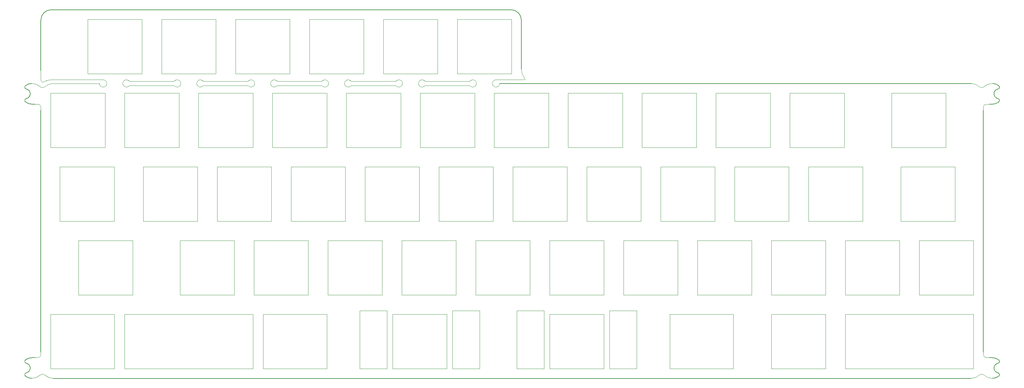
<source format=gbr>
%TF.GenerationSoftware,KiCad,Pcbnew,(7.0.0)*%
%TF.CreationDate,2023-05-06T02:12:49-05:00*%
%TF.ProjectId,Hull_V4N_Tray_Plate,48756c6c-5f56-4344-9e5f-547261795f50,rev?*%
%TF.SameCoordinates,Original*%
%TF.FileFunction,Profile,NP*%
%FSLAX46Y46*%
G04 Gerber Fmt 4.6, Leading zero omitted, Abs format (unit mm)*
G04 Created by KiCad (PCBNEW (7.0.0)) date 2023-05-06 02:12:49*
%MOMM*%
%LPD*%
G01*
G04 APERTURE LIST*
%TA.AperFunction,Profile*%
%ADD10C,0.020000*%
%TD*%
%TA.AperFunction,Profile*%
%ADD11C,0.100000*%
%TD*%
%TA.AperFunction,Profile*%
%ADD12C,0.200000*%
%TD*%
G04 APERTURE END LIST*
D10*
X261000000Y-130825000D02*
X261000000Y-116825000D01*
X261000000Y-116825000D02*
X253856250Y-116825000D01*
X253856250Y-130825000D02*
X261000000Y-130825000D01*
X247000000Y-116825000D02*
X241950000Y-116825000D01*
X253856250Y-116825000D02*
X247000000Y-116825000D01*
X247000000Y-130825000D02*
X253856250Y-130825000D01*
X241950000Y-130825000D02*
X247000000Y-130825000D01*
X227950000Y-116825000D02*
X227950000Y-130825000D01*
X239856250Y-116825000D02*
X227950000Y-116825000D01*
X241950000Y-116825000D02*
X239856250Y-116825000D01*
X239856250Y-130825000D02*
X241950000Y-130825000D01*
X227950000Y-130825000D02*
X239856250Y-130825000D01*
X208900000Y-116825000D02*
X208900000Y-130825000D01*
X222900000Y-130825000D02*
X222900000Y-116825000D01*
X222900000Y-116825000D02*
X208900000Y-116825000D01*
X208900000Y-130825000D02*
X222900000Y-130825000D01*
X199087500Y-130825000D02*
X199087500Y-116825000D01*
X199087500Y-116825000D02*
X196706250Y-116825000D01*
X196706250Y-130825000D02*
X199087500Y-130825000D01*
X182706250Y-116825000D02*
X182706250Y-130825000D01*
X185087500Y-116825000D02*
X182706250Y-116825000D01*
X196706250Y-116825000D02*
X185087500Y-116825000D01*
X185087500Y-130825000D02*
X196706250Y-130825000D01*
X182706250Y-130825000D02*
X185087500Y-130825000D01*
X150312000Y-130825000D02*
X150312000Y-115825000D01*
X143312000Y-115825000D02*
X143312000Y-130825000D01*
X143312000Y-130825000D02*
X150312000Y-130825000D01*
X150312000Y-115825000D02*
X143312000Y-115825000D01*
X174188000Y-130825000D02*
X174188000Y-115825000D01*
X167188000Y-115825000D02*
X167188000Y-130825000D01*
X167188000Y-130825000D02*
X174188000Y-130825000D01*
X174188000Y-115825000D02*
X167188000Y-115825000D01*
X151750000Y-116825000D02*
X151750000Y-130825000D01*
X165750000Y-130825000D02*
X165750000Y-116825000D01*
X165750000Y-116825000D02*
X151750000Y-116825000D01*
X151750000Y-130825000D02*
X165750000Y-130825000D01*
X109830750Y-130825000D02*
X109830750Y-115825000D01*
X102830750Y-115825000D02*
X102830750Y-130825000D01*
X102830750Y-130825000D02*
X109830750Y-130825000D01*
X109830750Y-115825000D02*
X102830750Y-115825000D01*
X133706750Y-130825000D02*
X133706750Y-115825000D01*
X126706750Y-115825000D02*
X126706750Y-130825000D01*
X126706750Y-130825000D02*
X133706750Y-130825000D01*
X133706750Y-115825000D02*
X126706750Y-115825000D01*
X111268750Y-116825000D02*
X111268750Y-130825000D01*
X125268750Y-130825000D02*
X125268750Y-116825000D01*
X125268750Y-116825000D02*
X111268750Y-116825000D01*
X111268750Y-130825000D02*
X125268750Y-130825000D01*
X94312500Y-130825000D02*
X94312500Y-116825000D01*
X94312500Y-116825000D02*
X91931250Y-116825000D01*
X91931250Y-130825000D02*
X94312500Y-130825000D01*
X77931250Y-116825000D02*
X77931250Y-130825000D01*
X80312500Y-116825000D02*
X77931250Y-116825000D01*
X91931250Y-116825000D02*
X80312500Y-116825000D01*
X80312500Y-130825000D02*
X91931250Y-130825000D01*
X77931250Y-130825000D02*
X80312500Y-130825000D01*
X75262500Y-130825000D02*
X75262500Y-116825000D01*
X75262500Y-116825000D02*
X65737500Y-116825000D01*
X65737500Y-130825000D02*
X75262500Y-130825000D01*
X61262500Y-116825000D02*
X56212500Y-116825000D01*
X65737500Y-116825000D02*
X61262500Y-116825000D01*
X61262500Y-130825000D02*
X65737500Y-130825000D01*
X56212500Y-130825000D02*
X61262500Y-130825000D01*
X42212500Y-116825000D02*
X42212500Y-130825000D01*
X51737500Y-116825000D02*
X42212500Y-116825000D01*
X56212500Y-116825000D02*
X51737500Y-116825000D01*
X51737500Y-130825000D02*
X56212500Y-130825000D01*
X42212500Y-130825000D02*
X51737500Y-130825000D01*
X23162500Y-116825000D02*
X23162500Y-130825000D01*
X25543750Y-116825000D02*
X23162500Y-116825000D01*
X23162500Y-130825000D02*
X25543750Y-130825000D01*
X39543750Y-130825000D02*
X39543750Y-116825000D01*
X37162500Y-116825000D02*
X25543750Y-116825000D01*
X39543750Y-116825000D02*
X37162500Y-116825000D01*
X37162500Y-130825000D02*
X39543750Y-130825000D01*
X25543750Y-130825000D02*
X37162500Y-130825000D01*
X247000000Y-97775000D02*
X247000000Y-111775000D01*
X261000000Y-111775000D02*
X261000000Y-97775000D01*
X261000000Y-97775000D02*
X247000000Y-97775000D01*
X247000000Y-111775000D02*
X261000000Y-111775000D01*
X227950000Y-97775000D02*
X227950000Y-111775000D01*
X241950000Y-111775000D02*
X241950000Y-97775000D01*
X241950000Y-97775000D02*
X227950000Y-97775000D01*
X227950000Y-111775000D02*
X241950000Y-111775000D01*
X208900000Y-97775000D02*
X208900000Y-111775000D01*
X222900000Y-111775000D02*
X222900000Y-97775000D01*
X222900000Y-97775000D02*
X208900000Y-97775000D01*
X208900000Y-111775000D02*
X222900000Y-111775000D01*
X189850000Y-97775000D02*
X189850000Y-111775000D01*
X203850000Y-111775000D02*
X203850000Y-97775000D01*
X203850000Y-97775000D02*
X189850000Y-97775000D01*
X189850000Y-111775000D02*
X203850000Y-111775000D01*
X170800000Y-97775000D02*
X170800000Y-111775000D01*
X184800000Y-111775000D02*
X184800000Y-97775000D01*
X184800000Y-97775000D02*
X170800000Y-97775000D01*
X170800000Y-111775000D02*
X184800000Y-111775000D01*
X151750000Y-97775000D02*
X151750000Y-111775000D01*
X165750000Y-111775000D02*
X165750000Y-97775000D01*
X165750000Y-97775000D02*
X151750000Y-97775000D01*
X151750000Y-111775000D02*
X165750000Y-111775000D01*
X132700000Y-97775000D02*
X132700000Y-111775000D01*
X146700000Y-111775000D02*
X146700000Y-97775000D01*
X146700000Y-97775000D02*
X132700000Y-97775000D01*
X132700000Y-111775000D02*
X146700000Y-111775000D01*
X113650000Y-97775000D02*
X113650000Y-111775000D01*
X127650000Y-111775000D02*
X127650000Y-97775000D01*
X127650000Y-97775000D02*
X113650000Y-97775000D01*
X113650000Y-111775000D02*
X127650000Y-111775000D01*
X94600000Y-97775000D02*
X94600000Y-111775000D01*
X108600000Y-111775000D02*
X108600000Y-97775000D01*
X108600000Y-97775000D02*
X94600000Y-97775000D01*
X94600000Y-111775000D02*
X108600000Y-111775000D01*
X75550000Y-97775000D02*
X75550000Y-111775000D01*
X89550000Y-111775000D02*
X89550000Y-97775000D01*
X89550000Y-97775000D02*
X75550000Y-97775000D01*
X75550000Y-111775000D02*
X89550000Y-111775000D01*
X56500000Y-97775000D02*
X56500000Y-111775000D01*
X70500000Y-111775000D02*
X70500000Y-97775000D01*
X70500000Y-97775000D02*
X56500000Y-97775000D01*
X56500000Y-111775000D02*
X70500000Y-111775000D01*
X30306250Y-97775000D02*
X30306250Y-111775000D01*
X44306250Y-111775000D02*
X44306250Y-97775000D01*
X44306250Y-97775000D02*
X30306250Y-97775000D01*
X30306250Y-111775000D02*
X44306250Y-111775000D01*
X242237500Y-78725000D02*
X242237500Y-92725000D01*
X256237500Y-92725000D02*
X256237500Y-78725000D01*
X256237500Y-78725000D02*
X242237500Y-78725000D01*
X242237500Y-92725000D02*
X256237500Y-92725000D01*
X218425000Y-78725000D02*
X218425000Y-92725000D01*
X232425000Y-92725000D02*
X232425000Y-78725000D01*
X232425000Y-78725000D02*
X218425000Y-78725000D01*
X218425000Y-92725000D02*
X232425000Y-92725000D01*
X199375000Y-78725000D02*
X199375000Y-92725000D01*
X213375000Y-92725000D02*
X213375000Y-78725000D01*
X213375000Y-78725000D02*
X199375000Y-78725000D01*
X199375000Y-92725000D02*
X213375000Y-92725000D01*
X180325000Y-78725000D02*
X180325000Y-92725000D01*
X194325000Y-92725000D02*
X194325000Y-78725000D01*
X194325000Y-78725000D02*
X180325000Y-78725000D01*
X180325000Y-92725000D02*
X194325000Y-92725000D01*
X161275000Y-78725000D02*
X161275000Y-92725000D01*
X175275000Y-92725000D02*
X175275000Y-78725000D01*
X175275000Y-78725000D02*
X161275000Y-78725000D01*
X161275000Y-92725000D02*
X175275000Y-92725000D01*
X142225000Y-78725000D02*
X142225000Y-92725000D01*
X156225000Y-92725000D02*
X156225000Y-78725000D01*
X156225000Y-78725000D02*
X142225000Y-78725000D01*
X142225000Y-92725000D02*
X156225000Y-92725000D01*
X123175000Y-78725000D02*
X123175000Y-92725000D01*
X137175000Y-92725000D02*
X137175000Y-78725000D01*
X137175000Y-78725000D02*
X123175000Y-78725000D01*
X123175000Y-92725000D02*
X137175000Y-92725000D01*
X104125000Y-78725000D02*
X104125000Y-92725000D01*
X118125000Y-92725000D02*
X118125000Y-78725000D01*
X118125000Y-78725000D02*
X104125000Y-78725000D01*
X104125000Y-92725000D02*
X118125000Y-92725000D01*
X85075000Y-78725000D02*
X85075000Y-92725000D01*
X99075000Y-92725000D02*
X99075000Y-78725000D01*
X99075000Y-78725000D02*
X85075000Y-78725000D01*
X85075000Y-92725000D02*
X99075000Y-92725000D01*
X66025000Y-78725000D02*
X66025000Y-92725000D01*
X80025000Y-92725000D02*
X80025000Y-78725000D01*
X80025000Y-78725000D02*
X66025000Y-78725000D01*
X66025000Y-92725000D02*
X80025000Y-92725000D01*
X46975000Y-78725000D02*
X46975000Y-92725000D01*
X60975000Y-92725000D02*
X60975000Y-78725000D01*
X60975000Y-78725000D02*
X46975000Y-78725000D01*
X46975000Y-92725000D02*
X60975000Y-92725000D01*
X25543750Y-78725000D02*
X25543750Y-92725000D01*
X39543750Y-92725000D02*
X39543750Y-78725000D01*
X39543750Y-78725000D02*
X25543750Y-78725000D01*
X25543750Y-92725000D02*
X39543750Y-92725000D01*
X239856250Y-59675000D02*
X239856250Y-73675000D01*
X253856250Y-73675000D02*
X253856250Y-59675000D01*
X253856250Y-59675000D02*
X239856250Y-59675000D01*
X239856250Y-73675000D02*
X253856250Y-73675000D01*
X213662500Y-59675000D02*
X213662500Y-73675000D01*
X227662500Y-73675000D02*
X227662500Y-59675000D01*
X227662500Y-59675000D02*
X213662500Y-59675000D01*
X213662500Y-73675000D02*
X227662500Y-73675000D01*
X194612500Y-59675000D02*
X194612500Y-73675000D01*
X208612500Y-73675000D02*
X208612500Y-59675000D01*
X208612500Y-59675000D02*
X194612500Y-59675000D01*
X194612500Y-73675000D02*
X208612500Y-73675000D01*
X175562500Y-59675000D02*
X175562500Y-73675000D01*
X189562500Y-73675000D02*
X189562500Y-59675000D01*
X189562500Y-59675000D02*
X175562500Y-59675000D01*
X175562500Y-73675000D02*
X189562500Y-73675000D01*
X156512500Y-59675000D02*
X156512500Y-73675000D01*
X170512500Y-73675000D02*
X170512500Y-59675000D01*
X170512500Y-59675000D02*
X156512500Y-59675000D01*
X156512500Y-73675000D02*
X170512500Y-73675000D01*
X137462500Y-59675000D02*
X137462500Y-73675000D01*
X151462500Y-73675000D02*
X151462500Y-59675000D01*
X151462500Y-59675000D02*
X137462500Y-59675000D01*
X137462500Y-73675000D02*
X151462500Y-73675000D01*
X118412500Y-59675000D02*
X118412500Y-73675000D01*
X132412500Y-73675000D02*
X132412500Y-59675000D01*
X132412500Y-59675000D02*
X118412500Y-59675000D01*
X118412500Y-73675000D02*
X132412500Y-73675000D01*
X99362500Y-59675000D02*
X99362500Y-73675000D01*
X113362500Y-73675000D02*
X113362500Y-59675000D01*
X113362500Y-59675000D02*
X99362500Y-59675000D01*
X99362500Y-73675000D02*
X113362500Y-73675000D01*
X80312500Y-59675000D02*
X80312500Y-73675000D01*
X94312500Y-73675000D02*
X94312500Y-59675000D01*
X94312500Y-59675000D02*
X80312500Y-59675000D01*
X80312500Y-73675000D02*
X94312500Y-73675000D01*
X61262500Y-59675000D02*
X61262500Y-73675000D01*
X75262500Y-73675000D02*
X75262500Y-59675000D01*
X75262500Y-59675000D02*
X61262500Y-59675000D01*
X61262500Y-73675000D02*
X75262500Y-73675000D01*
X42212500Y-59675000D02*
X42212500Y-73675000D01*
X56212500Y-73675000D02*
X56212500Y-59675000D01*
X56212500Y-59675000D02*
X42212500Y-59675000D01*
X42212500Y-73675000D02*
X56212500Y-73675000D01*
X23162500Y-59675000D02*
X23162500Y-73675000D01*
X37162500Y-73675000D02*
X37162500Y-59675000D01*
X37162500Y-59675000D02*
X23162500Y-59675000D01*
X23162500Y-73675000D02*
X37162500Y-73675000D01*
X127937500Y-40625000D02*
X127937500Y-54625000D01*
X141937500Y-54625000D02*
X141937500Y-40625000D01*
X141937500Y-40625000D02*
X127937500Y-40625000D01*
X127937500Y-54625000D02*
X141937500Y-54625000D01*
X108887500Y-40625000D02*
X108887500Y-54625000D01*
X122887500Y-54625000D02*
X122887500Y-40625000D01*
X122887500Y-40625000D02*
X108887500Y-40625000D01*
X108887500Y-54625000D02*
X122887500Y-54625000D01*
X89837500Y-40625000D02*
X89837500Y-54625000D01*
X103837500Y-54625000D02*
X103837500Y-40625000D01*
X103837500Y-40625000D02*
X89837500Y-40625000D01*
X89837500Y-54625000D02*
X103837500Y-54625000D01*
X70787500Y-40625000D02*
X70787500Y-54625000D01*
X84787500Y-54625000D02*
X84787500Y-40625000D01*
X84787500Y-40625000D02*
X70787500Y-40625000D01*
X70787500Y-54625000D02*
X84787500Y-54625000D01*
X51737500Y-40625000D02*
X51737500Y-54625000D01*
X65737500Y-54625000D02*
X65737500Y-40625000D01*
X65737500Y-40625000D02*
X51737500Y-40625000D01*
X51737500Y-54625000D02*
X65737500Y-54625000D01*
X32687500Y-40625000D02*
X32687500Y-54625000D01*
X46687500Y-54625000D02*
X46687500Y-40625000D01*
X46687500Y-40625000D02*
X32687500Y-40625000D01*
X32687500Y-54625000D02*
X46687500Y-54625000D01*
D11*
X20637501Y-64000000D02*
X20637502Y-63293751D01*
X56683485Y-57150000D02*
G75*
G03*
X55737500Y-56204015I-945985J0D01*
G01*
D12*
X20637501Y-40775000D02*
X20637500Y-53822765D01*
X267282465Y-58598754D02*
G75*
G03*
X267282463Y-61051246I242535J-1226246D01*
G01*
D11*
X74787500Y-56204015D02*
G75*
G03*
X74019636Y-56597485I0J-945985D01*
G01*
D12*
X16670111Y-57713680D02*
G75*
G03*
X16880038Y-58598755I306989J-394620D01*
G01*
X18312500Y-128000002D02*
G75*
G03*
X16670054Y-128563606I0J-2674998D01*
G01*
D11*
X117941516Y-57150000D02*
G75*
G03*
X118887500Y-58095984I945984J0D01*
G01*
D12*
X16880037Y-131901242D02*
G75*
G03*
X16670052Y-132786395I97013J-490498D01*
G01*
D11*
X265025000Y-62500001D02*
X264318749Y-62500001D01*
X20557564Y-58079936D02*
G75*
G03*
X18312501Y-57150000I-2245064J-2245064D01*
G01*
D12*
X144462500Y-53474999D02*
X144462500Y-40775000D01*
D11*
X112887500Y-58095984D02*
G75*
G03*
X113833484Y-57150000I0J945984D01*
G01*
X137937501Y-58095985D02*
G75*
G03*
X138883485Y-57149999I-1J945985D01*
G01*
D12*
X23312500Y-38100001D02*
G75*
G03*
X20637501Y-40775000I0J-2674999D01*
G01*
X16670053Y-61936397D02*
G75*
G03*
X18312501Y-62500001I1642447J2111397D01*
G01*
D11*
X118887500Y-56204015D02*
G75*
G03*
X117941515Y-57150000I0J-945985D01*
G01*
D12*
X267282480Y-129448848D02*
G75*
G03*
X267492448Y-128563605I-97080J490548D01*
G01*
D11*
X263604937Y-132420066D02*
G75*
G03*
X265850001Y-133350001I2245063J2245066D01*
G01*
X60791516Y-57150000D02*
G75*
G03*
X61737500Y-58095984I945984J0D01*
G01*
X23366516Y-56204014D02*
G75*
G03*
X21353327Y-56803156I-20316J-3613586D01*
G01*
D12*
X265025000Y-62500001D02*
X265850000Y-62500001D01*
D11*
X74019636Y-57702513D02*
X62505364Y-57702514D01*
X137937500Y-56204015D02*
X145256250Y-56204015D01*
X81555364Y-56597485D02*
G75*
G03*
X80787500Y-56204015I-767864J-552515D01*
G01*
X19843751Y-128000001D02*
G75*
G03*
X20637501Y-127206250I-1J793751D01*
G01*
X94783485Y-57150000D02*
G75*
G03*
X93837500Y-56204015I-945985J0D01*
G01*
X21567436Y-132420065D02*
G75*
G03*
X20557564Y-132420066I-504936J-585335D01*
G01*
X23812501Y-57150004D02*
G75*
G03*
X21567439Y-58079938I-1J-3174996D01*
G01*
D12*
X265850001Y-128000000D02*
X265025001Y-128000000D01*
X16670051Y-132786396D02*
G75*
G03*
X18312500Y-133350001I1642449J2111396D01*
G01*
X23812501Y-133349999D02*
X260350000Y-133349999D01*
D11*
X263525000Y-126500001D02*
X263525000Y-127206250D01*
X20637500Y-53822765D02*
X20637500Y-56356250D01*
X80787500Y-58095984D02*
G75*
G03*
X81555364Y-57702513I0J945984D01*
G01*
X263524999Y-63293751D02*
X263525000Y-64000000D01*
D12*
X19137500Y-128000001D02*
X18312500Y-128000000D01*
D11*
X112887500Y-56204015D02*
G75*
G03*
X112119637Y-56597484I0J-945985D01*
G01*
X35741517Y-57149999D02*
G75*
G03*
X36687500Y-58095983I945983J-1D01*
G01*
X55737500Y-58095984D02*
G75*
G03*
X56683484Y-57150000I0J945984D01*
G01*
X43455364Y-56597485D02*
G75*
G03*
X42687500Y-56204015I-767864J-552515D01*
G01*
X118887500Y-58095984D02*
G75*
G03*
X119655364Y-57702513I0J945984D01*
G01*
X36687500Y-56204015D02*
X23366516Y-56204015D01*
X20637501Y-127206250D02*
X20637501Y-126500001D01*
X136991516Y-57150000D02*
G75*
G03*
X137937500Y-58095984I945984J0D01*
G01*
D12*
X18312501Y-62500001D02*
X19137501Y-62500001D01*
D11*
X93837500Y-58095984D02*
G75*
G03*
X94783484Y-57150000I0J945984D01*
G01*
X262595064Y-58079936D02*
G75*
G03*
X263604937Y-58079935I504936J585336D01*
G01*
X100605364Y-56597485D02*
X112119636Y-56597484D01*
D12*
X144462500Y-40775000D02*
G75*
G03*
X141787501Y-38100000I-2675000J0D01*
G01*
X267282462Y-129448755D02*
G75*
G03*
X267282464Y-131901246I242538J-1226245D01*
G01*
D11*
X144462514Y-53474999D02*
G75*
G03*
X145392035Y-55912949I3661886J-1D01*
G01*
X41741516Y-57150000D02*
G75*
G03*
X42687500Y-58095984I945984J0D01*
G01*
X21567437Y-132420064D02*
G75*
G03*
X23812501Y-133349999I2245063J2245064D01*
G01*
X19137500Y-128000000D02*
X19843751Y-128000000D01*
X98891516Y-57150000D02*
G75*
G03*
X99837500Y-58095984I945984J0D01*
G01*
X99837500Y-58095984D02*
G75*
G03*
X100605364Y-57702513I0J945984D01*
G01*
X100605364Y-56597485D02*
G75*
G03*
X99837500Y-56204015I-767864J-552515D01*
G01*
X93069636Y-57702512D02*
X81555364Y-57702513D01*
X54969638Y-57702511D02*
G75*
G03*
X55737500Y-58095981I767862J552511D01*
G01*
D12*
X267492414Y-61936351D02*
G75*
G03*
X267282463Y-61051247I-306914J394651D01*
G01*
D11*
X54969636Y-57702512D02*
X43455364Y-57702513D01*
X112119638Y-57702511D02*
G75*
G03*
X112887500Y-58095981I767862J552511D01*
G01*
X131937500Y-58095984D02*
G75*
G03*
X132883484Y-57150000I0J945984D01*
G01*
X79841516Y-57150000D02*
G75*
G03*
X80787500Y-58095984I945984J0D01*
G01*
X119655364Y-56597485D02*
X131169636Y-56597484D01*
X137937500Y-56204015D02*
G75*
G03*
X136991515Y-57150000I0J-945985D01*
G01*
X55737500Y-56204015D02*
G75*
G03*
X54969637Y-56597484I0J-945985D01*
G01*
D12*
X265850000Y-62499999D02*
G75*
G03*
X267492447Y-61936394I0J2674999D01*
G01*
D11*
X42687500Y-58095984D02*
G75*
G03*
X43455364Y-57702513I0J945984D01*
G01*
X81555364Y-56597485D02*
X93069636Y-56597484D01*
X35741516Y-57149999D02*
X23812501Y-57150002D01*
X62505364Y-56597486D02*
X74019636Y-56597485D01*
X80787500Y-56204015D02*
G75*
G03*
X79841515Y-57150000I0J-945985D01*
G01*
D12*
X263525000Y-126500001D02*
X263524999Y-64000000D01*
X267492448Y-128563605D02*
G75*
G03*
X265850001Y-128000000I-1642448J-2111395D01*
G01*
D11*
X74019638Y-57702512D02*
G75*
G03*
X74787500Y-58095982I767862J552512D01*
G01*
X263525000Y-127206250D02*
G75*
G03*
X264318750Y-128000000I793800J50D01*
G01*
D12*
X16880038Y-61051244D02*
G75*
G03*
X16880038Y-58598756I-242538J1226244D01*
G01*
D11*
X99837500Y-56204015D02*
G75*
G03*
X98891515Y-57150000I0J-945985D01*
G01*
X61737500Y-56204015D02*
G75*
G03*
X60791515Y-57150000I0J-945985D01*
G01*
X61737500Y-58095984D02*
G75*
G03*
X62505364Y-57702514I0J945984D01*
G01*
X75733485Y-57150000D02*
G75*
G03*
X74787500Y-56204015I-945985J0D01*
G01*
D12*
X267492414Y-132786353D02*
G75*
G03*
X267282464Y-131901246I-306914J394653D01*
G01*
D11*
X36687501Y-58095985D02*
G75*
G03*
X37633485Y-57150000I-1J945985D01*
G01*
X74787500Y-58095984D02*
G75*
G03*
X75733484Y-57150000I0J945984D01*
G01*
X113833485Y-57150000D02*
G75*
G03*
X112887500Y-56204015I-945985J0D01*
G01*
X20637526Y-56356249D02*
G75*
G03*
X21353327Y-56803154I514674J27649D01*
G01*
X43455364Y-56597485D02*
X54969636Y-56597484D01*
D12*
X141787501Y-38100000D02*
X23312500Y-38100000D01*
X265850001Y-133350000D02*
G75*
G03*
X267492448Y-132786395I-1J2675000D01*
G01*
D11*
X37633485Y-57150000D02*
G75*
G03*
X36687500Y-56204015I-945985J0D01*
G01*
X62505364Y-56597486D02*
G75*
G03*
X61737500Y-56204016I-767864J-552514D01*
G01*
X264318750Y-128000000D02*
X265025001Y-128000000D01*
X42687500Y-56204015D02*
G75*
G03*
X41741515Y-57150000I0J-945985D01*
G01*
X112119636Y-57702512D02*
X100605364Y-57702513D01*
X93069638Y-57702511D02*
G75*
G03*
X93837500Y-58095981I767862J552511D01*
G01*
X20557562Y-58079938D02*
G75*
G03*
X21567439Y-58079938I504938J585338D01*
G01*
X145256250Y-56204027D02*
G75*
G03*
X145392035Y-55912949I4250J175227D01*
G01*
D12*
X260350000Y-57150002D02*
X138883485Y-57149999D01*
D11*
X131169636Y-57702512D02*
X119655364Y-57702513D01*
X119655364Y-56597485D02*
G75*
G03*
X118887500Y-56204015I-767864J-552515D01*
G01*
X262595063Y-58079937D02*
G75*
G03*
X260350000Y-57150002I-2245063J-2245063D01*
G01*
X131937500Y-56204015D02*
G75*
G03*
X131169637Y-56597484I0J-945985D01*
G01*
D12*
X20637501Y-64000000D02*
X20637501Y-126500001D01*
D11*
X260350000Y-133349998D02*
G75*
G03*
X262595063Y-132420063I0J3174998D01*
G01*
D12*
X16880038Y-131901244D02*
G75*
G03*
X16880038Y-129448756I-242538J1226244D01*
G01*
D11*
X264318749Y-62500099D02*
G75*
G03*
X263524999Y-63293751I-49J-793701D01*
G01*
D12*
X16880037Y-61051241D02*
G75*
G03*
X16670053Y-61936397I97013J-490499D01*
G01*
D11*
X263604938Y-132420065D02*
G75*
G03*
X262595063Y-132420063I-504938J-585335D01*
G01*
X20637599Y-63293751D02*
G75*
G03*
X19843752Y-62500001I-793799J-49D01*
G01*
D12*
X267492447Y-57713604D02*
G75*
G03*
X265850001Y-57150000I-1642447J-2111396D01*
G01*
D11*
X93837500Y-56204015D02*
G75*
G03*
X93069637Y-56597484I0J-945985D01*
G01*
X131169638Y-57702511D02*
G75*
G03*
X131937500Y-58095981I767862J552511D01*
G01*
D12*
X18312500Y-57150001D02*
G75*
G03*
X16670053Y-57713605I0J-2674999D01*
G01*
D11*
X19843752Y-62500001D02*
X19137501Y-62500001D01*
D12*
X267282484Y-58598849D02*
G75*
G03*
X267492448Y-57713603I-97084J490549D01*
G01*
D11*
X265850000Y-57150001D02*
G75*
G03*
X263604937Y-58079936I0J-3174999D01*
G01*
X132883485Y-57150000D02*
G75*
G03*
X131937500Y-56204015I-945985J0D01*
G01*
D12*
X16670112Y-128563679D02*
G75*
G03*
X16880038Y-129448755I306988J-394621D01*
G01*
D11*
X18312500Y-133349999D02*
G75*
G03*
X20557562Y-132420064I0J3174999D01*
G01*
M02*

</source>
